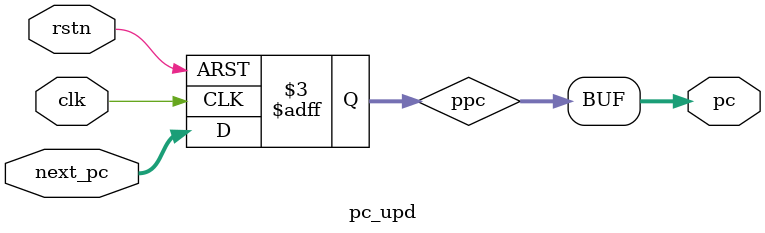
<source format=sv>
module pc_upd(
    input clk,
    input rstn,
    input [63:0] next_pc,

    output [63:0] pc
);
    reg [63:0] ppc;
    always@(posedge clk or negedge rstn)begin
        if(~rstn)begin
            ppc = 64'b0;
        end
        else begin
        ppc = next_pc;
        //$display("pc=%h",pc);
    end
    end
    assign pc = ppc;
endmodule
</source>
